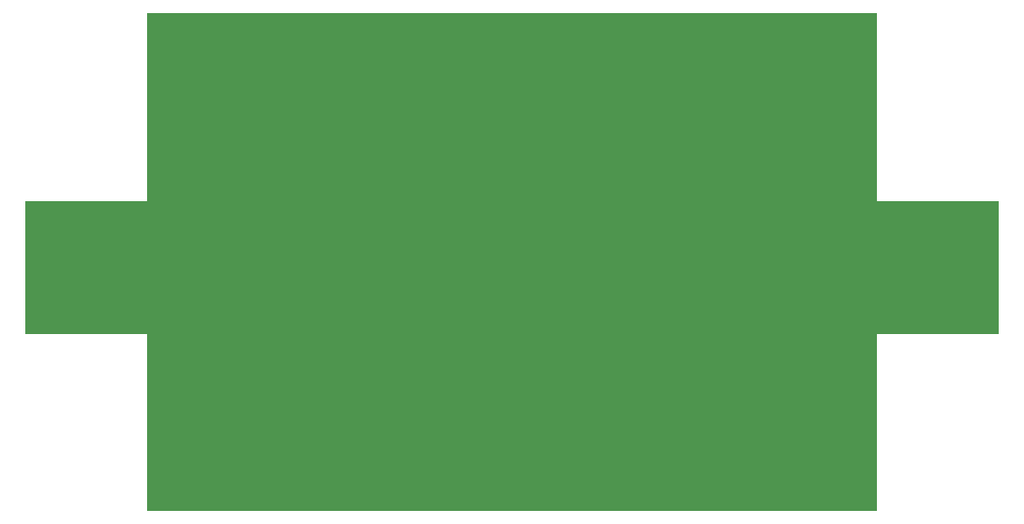
<source format=gbr>
G04 DipTrace 2.4.0.2*
%INBoard.gbr*%
%MOIN*%
%ADD11C,0.0055*%
%FSLAX44Y44*%
G04*
G70*
G90*
G75*
G01*
%LNBoardPoly*%
%LPD*%
G36*
X8271Y21657D2*
D11*
Y14964D1*
X3940D1*
Y10239D1*
X8271D1*
Y3940D1*
X34255D1*
Y10239D1*
X38586D1*
Y14964D1*
X34255D1*
Y21657D1*
X8271D1*
G37*
M02*

</source>
